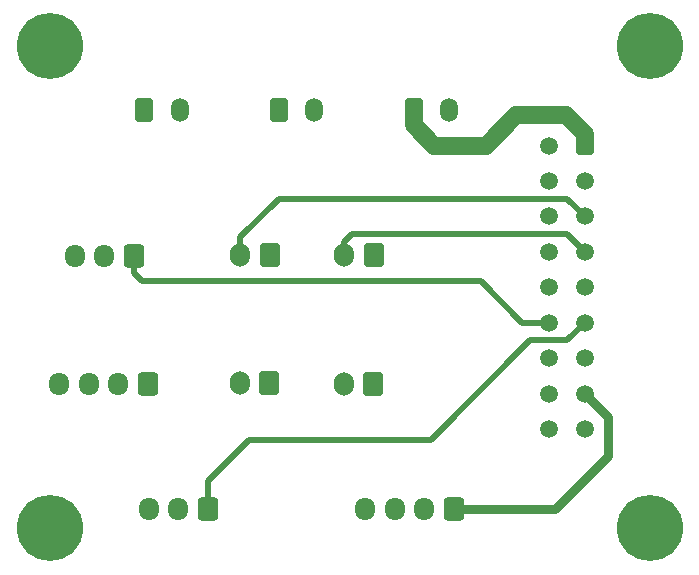
<source format=gbr>
%TF.GenerationSoftware,KiCad,Pcbnew,(6.0.6)*%
%TF.CreationDate,2022-08-12T20:52:17+02:00*%
%TF.ProjectId,breakbox_pcb,62726561-6b62-46f7-985f-7063622e6b69,rev?*%
%TF.SameCoordinates,Original*%
%TF.FileFunction,Copper,L2,Bot*%
%TF.FilePolarity,Positive*%
%FSLAX46Y46*%
G04 Gerber Fmt 4.6, Leading zero omitted, Abs format (unit mm)*
G04 Created by KiCad (PCBNEW (6.0.6)) date 2022-08-12 20:52:17*
%MOMM*%
%LPD*%
G01*
G04 APERTURE LIST*
G04 Aperture macros list*
%AMRoundRect*
0 Rectangle with rounded corners*
0 $1 Rounding radius*
0 $2 $3 $4 $5 $6 $7 $8 $9 X,Y pos of 4 corners*
0 Add a 4 corners polygon primitive as box body*
4,1,4,$2,$3,$4,$5,$6,$7,$8,$9,$2,$3,0*
0 Add four circle primitives for the rounded corners*
1,1,$1+$1,$2,$3*
1,1,$1+$1,$4,$5*
1,1,$1+$1,$6,$7*
1,1,$1+$1,$8,$9*
0 Add four rect primitives between the rounded corners*
20,1,$1+$1,$2,$3,$4,$5,0*
20,1,$1+$1,$4,$5,$6,$7,0*
20,1,$1+$1,$6,$7,$8,$9,0*
20,1,$1+$1,$8,$9,$2,$3,0*%
G04 Aperture macros list end*
%TA.AperFunction,ComponentPad*%
%ADD10C,5.600000*%
%TD*%
%TA.AperFunction,ComponentPad*%
%ADD11RoundRect,0.250001X-0.499999X0.499999X-0.499999X-0.499999X0.499999X-0.499999X0.499999X0.499999X0*%
%TD*%
%TA.AperFunction,ComponentPad*%
%ADD12C,1.500000*%
%TD*%
%TA.AperFunction,ComponentPad*%
%ADD13RoundRect,0.250000X0.600000X0.725000X-0.600000X0.725000X-0.600000X-0.725000X0.600000X-0.725000X0*%
%TD*%
%TA.AperFunction,ComponentPad*%
%ADD14O,1.700000X1.950000*%
%TD*%
%TA.AperFunction,ComponentPad*%
%ADD15RoundRect,0.250000X0.600000X0.750000X-0.600000X0.750000X-0.600000X-0.750000X0.600000X-0.750000X0*%
%TD*%
%TA.AperFunction,ComponentPad*%
%ADD16O,1.700000X2.000000*%
%TD*%
%TA.AperFunction,ComponentPad*%
%ADD17RoundRect,0.250001X-0.499999X-0.759999X0.499999X-0.759999X0.499999X0.759999X-0.499999X0.759999X0*%
%TD*%
%TA.AperFunction,ComponentPad*%
%ADD18O,1.500000X2.020000*%
%TD*%
%TA.AperFunction,Conductor*%
%ADD19C,0.508000*%
%TD*%
%TA.AperFunction,Conductor*%
%ADD20C,0.762000*%
%TD*%
%TA.AperFunction,Conductor*%
%ADD21C,1.524000*%
%TD*%
G04 APERTURE END LIST*
D10*
%TO.P,REF\u002A\u002A,1*%
%TO.N,N/C*%
X54700000Y-95400000D03*
%TD*%
%TO.P,REF\u002A\u002A,1*%
%TO.N,N/C*%
X105500000Y-54600000D03*
%TD*%
D11*
%TO.P,Breakbox Out,1*%
%TO.N,N/C*%
X100000000Y-63000000D03*
D12*
%TO.P,Breakbox Out,2*%
X100000000Y-66000000D03*
%TO.P,Breakbox Out,3*%
X100000000Y-69000000D03*
%TO.P,Breakbox Out,4*%
X100000000Y-72000000D03*
%TO.P,Breakbox Out,5*%
X100000000Y-75000000D03*
%TO.P,Breakbox Out,6*%
X100000000Y-78000000D03*
%TO.P,Breakbox Out,7*%
X100000000Y-81000000D03*
%TO.P,Breakbox Out,8*%
X100000000Y-84000000D03*
%TO.P,Breakbox Out,9*%
X100000000Y-87000000D03*
%TO.P,Breakbox Out,10*%
X97000000Y-63000000D03*
%TO.P,Breakbox Out,11*%
X97000000Y-66000000D03*
%TO.P,Breakbox Out,12*%
X97000000Y-69000000D03*
%TO.P,Breakbox Out,13*%
X97000000Y-72000000D03*
%TO.P,Breakbox Out,14*%
X97000000Y-75000000D03*
%TO.P,Breakbox Out,15*%
X97000000Y-78000000D03*
%TO.P,Breakbox Out,16*%
X97000000Y-81000000D03*
%TO.P,Breakbox Out,17*%
X97000000Y-84000000D03*
%TO.P,Breakbox Out,18*%
X97000000Y-87000000D03*
%TD*%
D13*
%TO.P,Neo Pixel,1*%
%TO.N,N/C*%
X68100000Y-93800000D03*
D14*
%TO.P,Neo Pixel,2*%
X65600000Y-93800000D03*
%TO.P,Neo Pixel,3*%
X63100000Y-93800000D03*
%TD*%
D15*
%TO.P,Fan 1,1*%
%TO.N,N/C*%
X82150000Y-72300000D03*
D16*
%TO.P,Fan 1,2*%
X79650000Y-72300000D03*
%TD*%
D10*
%TO.P,REF\u002A\u002A,1*%
%TO.N,N/C*%
X54700000Y-54600000D03*
%TD*%
D17*
%TO.P,Therm 0 In,1*%
%TO.N,N/C*%
X74100000Y-59970000D03*
D18*
%TO.P,Therm 0 In,2*%
X77100000Y-59970000D03*
%TD*%
D13*
%TO.P,Probe,1*%
%TO.N,N/C*%
X61800000Y-72325000D03*
D14*
%TO.P,Probe,2*%
X59300000Y-72325000D03*
%TO.P,Probe,3*%
X56800000Y-72325000D03*
%TD*%
D15*
%TO.P,Endstop Y,1*%
%TO.N,N/C*%
X82100000Y-83150000D03*
D16*
%TO.P,Endstop Y,2*%
X79600000Y-83150000D03*
%TD*%
D17*
%TO.P,Therm 1 In,1*%
%TO.N,N/C*%
X62700000Y-59970000D03*
D18*
%TO.P,Therm 1 In,2*%
X65700000Y-59970000D03*
%TD*%
D13*
%TO.P,E-Motor,1*%
%TO.N,N/C*%
X88900000Y-93800000D03*
D14*
%TO.P,E-Motor,2*%
X86400000Y-93800000D03*
%TO.P,E-Motor,3*%
X83900000Y-93800000D03*
%TO.P,E-Motor,4*%
X81400000Y-93800000D03*
%TD*%
D17*
%TO.P,HE In,1*%
%TO.N,N/C*%
X85500000Y-59970000D03*
D18*
%TO.P,HE In,2*%
X88500000Y-59970000D03*
%TD*%
D10*
%TO.P,REF\u002A\u002A,1*%
%TO.N,N/C*%
X105500000Y-95400000D03*
%TD*%
D13*
%TO.P,Endstops X/Y,1*%
%TO.N,N/C*%
X63000000Y-83225000D03*
D14*
%TO.P,Endstops X/Y,2*%
X60500000Y-83225000D03*
%TO.P,Endstops X/Y,3*%
X58000000Y-83225000D03*
%TO.P,Endstops X/Y,4*%
X55500000Y-83225000D03*
%TD*%
D15*
%TO.P,Fan 0,1*%
%TO.N,N/C*%
X73350000Y-72300000D03*
D16*
%TO.P,Fan 0,2*%
X70850000Y-72300000D03*
%TD*%
D15*
%TO.P,Endstop X,1*%
%TO.N,N/C*%
X73300000Y-83125000D03*
D16*
%TO.P,Endstop X,2*%
X70800000Y-83125000D03*
%TD*%
D19*
%TO.N,*%
X87000000Y-87900000D02*
X95400000Y-79500000D01*
X71600000Y-87900000D02*
X87000000Y-87900000D01*
X95400000Y-79500000D02*
X98500000Y-79500000D01*
X68100000Y-91400000D02*
X71600000Y-87900000D01*
X68100000Y-93800000D02*
X68100000Y-91400000D01*
X98500000Y-79500000D02*
X100000000Y-78000000D01*
D20*
X97500000Y-93800000D02*
X102000000Y-89300000D01*
D19*
X80300000Y-70500000D02*
X98500000Y-70500000D01*
X62500000Y-74500000D02*
X91200000Y-74500000D01*
X70850000Y-72300000D02*
X70850000Y-70750000D01*
D21*
X94200000Y-60400000D02*
X98400000Y-60400000D01*
D19*
X98500000Y-70500000D02*
X100000000Y-72000000D01*
X61800000Y-73800000D02*
X62500000Y-74500000D01*
D21*
X85500000Y-59970000D02*
X85500000Y-61300000D01*
D20*
X102000000Y-89300000D02*
X102000000Y-86000000D01*
X102000000Y-86000000D02*
X100000000Y-84000000D01*
D19*
X74100000Y-67500000D02*
X98500000Y-67500000D01*
X98500000Y-67500000D02*
X100000000Y-69000000D01*
D21*
X87200000Y-63000000D02*
X91600000Y-63000000D01*
X98400000Y-60400000D02*
X100000000Y-62000000D01*
D20*
X88900000Y-93800000D02*
X97500000Y-93800000D01*
D19*
X70850000Y-70750000D02*
X74100000Y-67500000D01*
X79650000Y-72300000D02*
X79650000Y-71150000D01*
D21*
X85500000Y-61300000D02*
X87200000Y-63000000D01*
X91600000Y-63000000D02*
X94200000Y-60400000D01*
X100000000Y-62000000D02*
X100000000Y-63000000D01*
D19*
X91200000Y-74500000D02*
X94700000Y-78000000D01*
X79650000Y-71150000D02*
X80300000Y-70500000D01*
X94700000Y-78000000D02*
X97000000Y-78000000D01*
X61800000Y-72325000D02*
X61800000Y-73800000D01*
%TD*%
M02*

</source>
